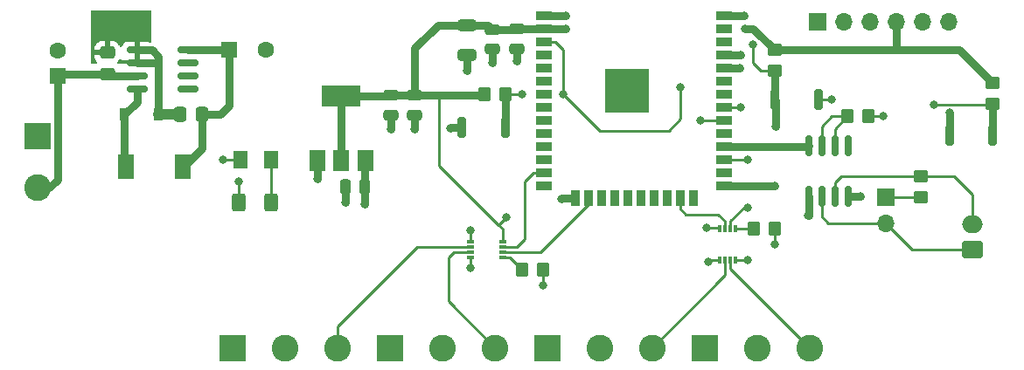
<source format=gbr>
%TF.GenerationSoftware,KiCad,Pcbnew,(6.0.8)*%
%TF.CreationDate,2022-10-05T23:26:50+02:00*%
%TF.ProjectId,DMX_ControllerBoard,444d585f-436f-46e7-9472-6f6c6c657242,rev?*%
%TF.SameCoordinates,Original*%
%TF.FileFunction,Copper,L1,Top*%
%TF.FilePolarity,Positive*%
%FSLAX46Y46*%
G04 Gerber Fmt 4.6, Leading zero omitted, Abs format (unit mm)*
G04 Created by KiCad (PCBNEW (6.0.8)) date 2022-10-05 23:26:50*
%MOMM*%
%LPD*%
G01*
G04 APERTURE LIST*
G04 Aperture macros list*
%AMRoundRect*
0 Rectangle with rounded corners*
0 $1 Rounding radius*
0 $2 $3 $4 $5 $6 $7 $8 $9 X,Y pos of 4 corners*
0 Add a 4 corners polygon primitive as box body*
4,1,4,$2,$3,$4,$5,$6,$7,$8,$9,$2,$3,0*
0 Add four circle primitives for the rounded corners*
1,1,$1+$1,$2,$3*
1,1,$1+$1,$4,$5*
1,1,$1+$1,$6,$7*
1,1,$1+$1,$8,$9*
0 Add four rect primitives between the rounded corners*
20,1,$1+$1,$2,$3,$4,$5,0*
20,1,$1+$1,$4,$5,$6,$7,0*
20,1,$1+$1,$6,$7,$8,$9,0*
20,1,$1+$1,$8,$9,$2,$3,0*%
G04 Aperture macros list end*
%TA.AperFunction,ComponentPad*%
%ADD10R,1.600000X1.600000*%
%TD*%
%TA.AperFunction,ComponentPad*%
%ADD11C,1.600000*%
%TD*%
%TA.AperFunction,SMDPad,CuDef*%
%ADD12RoundRect,0.250000X-0.337500X-0.475000X0.337500X-0.475000X0.337500X0.475000X-0.337500X0.475000X0*%
%TD*%
%TA.AperFunction,SMDPad,CuDef*%
%ADD13R,0.900000X1.200000*%
%TD*%
%TA.AperFunction,ComponentPad*%
%ADD14R,2.600000X2.600000*%
%TD*%
%TA.AperFunction,ComponentPad*%
%ADD15C,2.600000*%
%TD*%
%TA.AperFunction,ComponentPad*%
%ADD16RoundRect,0.250000X0.750000X-0.600000X0.750000X0.600000X-0.750000X0.600000X-0.750000X-0.600000X0*%
%TD*%
%TA.AperFunction,ComponentPad*%
%ADD17O,2.000000X1.700000*%
%TD*%
%TA.AperFunction,SMDPad,CuDef*%
%ADD18R,1.500000X2.400000*%
%TD*%
%TA.AperFunction,SMDPad,CuDef*%
%ADD19RoundRect,0.249999X-0.350001X-0.450001X0.350001X-0.450001X0.350001X0.450001X-0.350001X0.450001X0*%
%TD*%
%TA.AperFunction,SMDPad,CuDef*%
%ADD20RoundRect,0.200000X0.200000X0.800000X-0.200000X0.800000X-0.200000X-0.800000X0.200000X-0.800000X0*%
%TD*%
%TA.AperFunction,SMDPad,CuDef*%
%ADD21RoundRect,0.150000X-0.150000X0.825000X-0.150000X-0.825000X0.150000X-0.825000X0.150000X0.825000X0*%
%TD*%
%TA.AperFunction,SMDPad,CuDef*%
%ADD22RoundRect,0.150000X0.825000X0.150000X-0.825000X0.150000X-0.825000X-0.150000X0.825000X-0.150000X0*%
%TD*%
%TA.AperFunction,SMDPad,CuDef*%
%ADD23RoundRect,0.250000X-0.650000X0.325000X-0.650000X-0.325000X0.650000X-0.325000X0.650000X0.325000X0*%
%TD*%
%TA.AperFunction,SMDPad,CuDef*%
%ADD24RoundRect,0.250000X-0.475000X0.250000X-0.475000X-0.250000X0.475000X-0.250000X0.475000X0.250000X0*%
%TD*%
%TA.AperFunction,SMDPad,CuDef*%
%ADD25R,1.500000X0.900000*%
%TD*%
%TA.AperFunction,SMDPad,CuDef*%
%ADD26R,0.900000X1.500000*%
%TD*%
%TA.AperFunction,SMDPad,CuDef*%
%ADD27R,1.050000X1.050000*%
%TD*%
%TA.AperFunction,ComponentPad*%
%ADD28C,0.475000*%
%TD*%
%TA.AperFunction,SMDPad,CuDef*%
%ADD29R,4.200000X4.200000*%
%TD*%
%TA.AperFunction,SMDPad,CuDef*%
%ADD30RoundRect,0.250000X-0.475000X0.337500X-0.475000X-0.337500X0.475000X-0.337500X0.475000X0.337500X0*%
%TD*%
%TA.AperFunction,SMDPad,CuDef*%
%ADD31RoundRect,0.250000X-0.462500X-0.625000X0.462500X-0.625000X0.462500X0.625000X-0.462500X0.625000X0*%
%TD*%
%TA.AperFunction,SMDPad,CuDef*%
%ADD32RoundRect,0.250000X0.400000X0.625000X-0.400000X0.625000X-0.400000X-0.625000X0.400000X-0.625000X0*%
%TD*%
%TA.AperFunction,SMDPad,CuDef*%
%ADD33RoundRect,0.249999X-0.450001X0.350001X-0.450001X-0.350001X0.450001X-0.350001X0.450001X0.350001X0*%
%TD*%
%TA.AperFunction,SMDPad,CuDef*%
%ADD34RoundRect,0.200000X-0.200000X-0.800000X0.200000X-0.800000X0.200000X0.800000X-0.200000X0.800000X0*%
%TD*%
%TA.AperFunction,ComponentPad*%
%ADD35R,1.700000X1.700000*%
%TD*%
%TA.AperFunction,ComponentPad*%
%ADD36O,1.700000X1.700000*%
%TD*%
%TA.AperFunction,SMDPad,CuDef*%
%ADD37RoundRect,0.249999X0.450001X-0.350001X0.450001X0.350001X-0.450001X0.350001X-0.450001X-0.350001X0*%
%TD*%
%TA.AperFunction,SMDPad,CuDef*%
%ADD38RoundRect,0.250000X0.250000X0.475000X-0.250000X0.475000X-0.250000X-0.475000X0.250000X-0.475000X0*%
%TD*%
%TA.AperFunction,SMDPad,CuDef*%
%ADD39RoundRect,0.250000X-0.350000X-0.450000X0.350000X-0.450000X0.350000X0.450000X-0.350000X0.450000X0*%
%TD*%
%TA.AperFunction,SMDPad,CuDef*%
%ADD40R,0.800000X0.300000*%
%TD*%
%TA.AperFunction,SMDPad,CuDef*%
%ADD41R,1.500000X2.000000*%
%TD*%
%TA.AperFunction,SMDPad,CuDef*%
%ADD42R,3.800000X2.000000*%
%TD*%
%TA.AperFunction,SMDPad,CuDef*%
%ADD43R,0.300000X0.800000*%
%TD*%
%TA.AperFunction,ViaPad*%
%ADD44C,1.000000*%
%TD*%
%TA.AperFunction,ViaPad*%
%ADD45C,0.800000*%
%TD*%
%TA.AperFunction,Conductor*%
%ADD46C,0.750000*%
%TD*%
%TA.AperFunction,Conductor*%
%ADD47C,1.000000*%
%TD*%
%TA.AperFunction,Conductor*%
%ADD48C,0.250000*%
%TD*%
G04 APERTURE END LIST*
D10*
%TO.P,C8,1*%
%TO.N,VCC*%
X26162000Y-32702500D03*
D11*
%TO.P,C8,2*%
%TO.N,GND*%
X26162000Y-30202500D03*
%TD*%
D10*
%TO.P,C12,1*%
%TO.N,+5V*%
X42799000Y-30099000D03*
D11*
%TO.P,C12,2*%
%TO.N,GND*%
X46299000Y-30099000D03*
%TD*%
D12*
%TO.P,C13,1*%
%TO.N,GND*%
X38078500Y-36385500D03*
%TO.P,C13,2*%
%TO.N,+5V*%
X40153500Y-36385500D03*
%TD*%
D13*
%TO.P,D6,1,K*%
%TO.N,Net-(D6-Pad1)*%
X32640000Y-36385500D03*
%TO.P,D6,2,A*%
%TO.N,GND*%
X35940000Y-36385500D03*
%TD*%
D14*
%TO.P,J3,1,Pin_1*%
%TO.N,GND*%
X24257000Y-38544500D03*
D15*
%TO.P,J3,2,Pin_2*%
%TO.N,VCC*%
X24257000Y-43544500D03*
%TD*%
D16*
%TO.P,J5,1,Pin_1*%
%TO.N,Net-(J5-Pad1)*%
X114731800Y-49542700D03*
D17*
%TO.P,J5,2,Pin_2*%
%TO.N,Net-(J5-Pad2)*%
X114731800Y-47042700D03*
%TD*%
D18*
%TO.P,L3,1*%
%TO.N,Net-(D6-Pad1)*%
X32810000Y-41465500D03*
%TO.P,L3,2*%
%TO.N,+5V*%
X38310000Y-41465500D03*
%TD*%
D19*
%TO.P,R3,1*%
%TO.N,+3.3V*%
X67516500Y-34417000D03*
%TO.P,R3,2*%
%TO.N,RESET*%
X69516500Y-34417000D03*
%TD*%
D20*
%TO.P,SW1,1,A*%
%TO.N,RESET*%
X69532500Y-37655500D03*
%TO.P,SW1,2,B*%
%TO.N,GND*%
X65332500Y-37655500D03*
%TD*%
D21*
%TO.P,U2,1,RO*%
%TO.N,unconnected-(U2-Pad1)*%
X102692200Y-39435000D03*
%TO.P,U2,2,~{RE}*%
%TO.N,Net-(R1-Pad1)*%
X101422200Y-39435000D03*
%TO.P,U2,3,DE*%
X100152200Y-39435000D03*
%TO.P,U2,4,DI*%
%TO.N,RS485_DIN*%
X98882200Y-39435000D03*
%TO.P,U2,5,GND*%
%TO.N,GND*%
X98882200Y-44385000D03*
%TO.P,U2,6,A*%
%TO.N,Net-(J5-Pad1)*%
X100152200Y-44385000D03*
%TO.P,U2,7,B*%
%TO.N,Net-(J5-Pad2)*%
X101422200Y-44385000D03*
%TO.P,U2,8,VCC*%
%TO.N,+5V*%
X102692200Y-44385000D03*
%TD*%
D22*
%TO.P,U4,1,NC*%
%TO.N,unconnected-(U4-Pad1)*%
X38797000Y-33972500D03*
%TO.P,U4,2,NC*%
%TO.N,unconnected-(U4-Pad2)*%
X38797000Y-32702500D03*
%TO.P,U4,3,NC*%
%TO.N,unconnected-(U4-Pad3)*%
X38797000Y-31432500D03*
%TO.P,U4,4,FB*%
%TO.N,+5V*%
X38797000Y-30162500D03*
%TO.P,U4,5,~{ON}/OFF*%
%TO.N,GND*%
X33847000Y-30162500D03*
%TO.P,U4,6,GND*%
X33847000Y-31432500D03*
%TO.P,U4,7,VIN*%
%TO.N,VCC*%
X33847000Y-32702500D03*
%TO.P,U4,8,OUT*%
%TO.N,Net-(D6-Pad1)*%
X33847000Y-33972500D03*
%TD*%
D23*
%TO.P,C1,1*%
%TO.N,+3.3V*%
X65849500Y-27735000D03*
%TO.P,C1,2*%
%TO.N,GND*%
X65849500Y-30685000D03*
%TD*%
D24*
%TO.P,C3,1*%
%TO.N,+3.3V*%
X58478500Y-34569000D03*
%TO.P,C3,2*%
%TO.N,GND*%
X58478500Y-36469000D03*
%TD*%
%TO.P,C4,1*%
%TO.N,+3.3V*%
X60764500Y-34569000D03*
%TO.P,C4,2*%
%TO.N,GND*%
X60764500Y-36469000D03*
%TD*%
D25*
%TO.P,U3,1,GND*%
%TO.N,GND*%
X73228500Y-26802000D03*
%TO.P,U3,2,VDD*%
%TO.N,+3.3V*%
X73228500Y-28072000D03*
%TO.P,U3,3,EN*%
%TO.N,RESET*%
X73228500Y-29342000D03*
%TO.P,U3,4,SENSOR_VP*%
%TO.N,unconnected-(U3-Pad4)*%
X73228500Y-30612000D03*
%TO.P,U3,5,SENSOR_VN*%
%TO.N,unconnected-(U3-Pad5)*%
X73228500Y-31882000D03*
%TO.P,U3,6,IO34*%
%TO.N,unconnected-(U3-Pad6)*%
X73228500Y-33152000D03*
%TO.P,U3,7,IO35*%
%TO.N,unconnected-(U3-Pad7)*%
X73228500Y-34422000D03*
%TO.P,U3,8,IO32*%
%TO.N,unconnected-(U3-Pad8)*%
X73228500Y-35692000D03*
%TO.P,U3,9,IO33*%
%TO.N,unconnected-(U3-Pad9)*%
X73228500Y-36962000D03*
%TO.P,U3,10,IO25*%
%TO.N,unconnected-(U3-Pad10)*%
X73228500Y-38232000D03*
%TO.P,U3,11,IO26*%
%TO.N,unconnected-(U3-Pad11)*%
X73228500Y-39502000D03*
%TO.P,U3,12,IO27*%
%TO.N,unconnected-(U3-Pad12)*%
X73228500Y-40772000D03*
%TO.P,U3,13,IO14*%
%TO.N,B1*%
X73228500Y-42042000D03*
%TO.P,U3,14,IO12*%
%TO.N,unconnected-(U3-Pad14)*%
X73228500Y-43312000D03*
D26*
%TO.P,U3,15,GND*%
%TO.N,GND*%
X76268500Y-44562000D03*
%TO.P,U3,16,IO13*%
%TO.N,B2*%
X77538500Y-44562000D03*
%TO.P,U3,17,SHD/SD2*%
%TO.N,unconnected-(U3-Pad17)*%
X78808500Y-44562000D03*
%TO.P,U3,18,SWP/SD3*%
%TO.N,unconnected-(U3-Pad18)*%
X80078500Y-44562000D03*
%TO.P,U3,19,SCS/CMD*%
%TO.N,unconnected-(U3-Pad19)*%
X81348500Y-44562000D03*
%TO.P,U3,20,SCK/CLK*%
%TO.N,unconnected-(U3-Pad20)*%
X82618500Y-44562000D03*
%TO.P,U3,21,SDO/SD0*%
%TO.N,unconnected-(U3-Pad21)*%
X83888500Y-44562000D03*
%TO.P,U3,22,SDI/SD1*%
%TO.N,unconnected-(U3-Pad22)*%
X85158500Y-44562000D03*
%TO.P,U3,23,IO15*%
%TO.N,B3*%
X86428500Y-44562000D03*
%TO.P,U3,24,IO2*%
%TO.N,unconnected-(U3-Pad24)*%
X87698500Y-44562000D03*
D25*
%TO.P,U3,25,IO0*%
%TO.N,BOOT_MODE*%
X90728500Y-43312000D03*
%TO.P,U3,26,IO4*%
%TO.N,unconnected-(U3-Pad26)*%
X90728500Y-42042000D03*
%TO.P,U3,27,IO16*%
%TO.N,B4*%
X90728500Y-40772000D03*
%TO.P,U3,28,IO17*%
%TO.N,RS485_DIN*%
X90728500Y-39502000D03*
%TO.P,U3,29,IO5*%
%TO.N,unconnected-(U3-Pad29)*%
X90728500Y-38232000D03*
%TO.P,U3,30,IO18*%
%TO.N,ERROR_LED*%
X90728500Y-36962000D03*
%TO.P,U3,31,IO19*%
%TO.N,FACTORY_RESET*%
X90728500Y-35692000D03*
%TO.P,U3,32,NC*%
%TO.N,unconnected-(U3-Pad32)*%
X90728500Y-34422000D03*
%TO.P,U3,33,IO21*%
%TO.N,unconnected-(U3-Pad33)*%
X90728500Y-33152000D03*
%TO.P,U3,34,RXD0/IO3*%
%TO.N,RXD*%
X90728500Y-31882000D03*
%TO.P,U3,35,TXD0/IO1*%
%TO.N,TXD*%
X90728500Y-30612000D03*
%TO.P,U3,36,IO22*%
%TO.N,unconnected-(U3-Pad36)*%
X90728500Y-29342000D03*
%TO.P,U3,37,IO23*%
%TO.N,unconnected-(U3-Pad37)*%
X90728500Y-28072000D03*
%TO.P,U3,38,GND*%
%TO.N,GND*%
X90728500Y-26802000D03*
D27*
%TO.P,U3,39,GND*%
X79773500Y-35667000D03*
D28*
X81298500Y-34904500D03*
X81298500Y-33379500D03*
X79773500Y-33379500D03*
D27*
X82823500Y-35667000D03*
X82823500Y-34142000D03*
D28*
X82061000Y-32617000D03*
X82823500Y-33379500D03*
X80536000Y-35667000D03*
D27*
X81298500Y-35667000D03*
D28*
X79773500Y-34904500D03*
X82061000Y-34142000D03*
X80536000Y-32617000D03*
D27*
X79773500Y-32617000D03*
X81298500Y-34142000D03*
D28*
X82823500Y-34904500D03*
X80536000Y-34142000D03*
D27*
X81298500Y-32617000D03*
X82823500Y-32617000D03*
D29*
X81298500Y-34142000D03*
D27*
X79773500Y-34142000D03*
D28*
X82061000Y-35667000D03*
%TD*%
D19*
%TO.P,R1,1*%
%TO.N,Net-(R1-Pad1)*%
X102673400Y-36588700D03*
%TO.P,R1,2*%
%TO.N,+5V*%
X104673400Y-36588700D03*
%TD*%
D30*
%TO.P,C11,1*%
%TO.N,GND*%
X30988000Y-30395000D03*
%TO.P,C11,2*%
%TO.N,VCC*%
X30988000Y-32470000D03*
%TD*%
D31*
%TO.P,D1,1,K*%
%TO.N,GND*%
X43851500Y-40830500D03*
%TO.P,D1,2,A*%
%TO.N,Net-(D1-Pad2)*%
X46826500Y-40830500D03*
%TD*%
D32*
%TO.P,R8,1*%
%TO.N,Net-(D1-Pad2)*%
X46825500Y-44958000D03*
%TO.P,R8,2*%
%TO.N,ERROR_LED*%
X43725500Y-44958000D03*
%TD*%
D14*
%TO.P,J1,1,Pin_1*%
%TO.N,+5V*%
X43116500Y-59055000D03*
D15*
%TO.P,J1,2,Pin_2*%
%TO.N,GND*%
X48196500Y-59055000D03*
%TO.P,J1,3,Pin_3*%
%TO.N,Button1_sense*%
X53276500Y-59055000D03*
%TD*%
D14*
%TO.P,J2,1,Pin_1*%
%TO.N,+5V*%
X58356500Y-59055000D03*
D15*
%TO.P,J2,2,Pin_2*%
%TO.N,GND*%
X63436500Y-59055000D03*
%TO.P,J2,3,Pin_3*%
%TO.N,Button2_sense*%
X68516500Y-59055000D03*
%TD*%
D14*
%TO.P,J4,1,Pin_1*%
%TO.N,+5V*%
X73596500Y-59055000D03*
D15*
%TO.P,J4,2,Pin_2*%
%TO.N,GND*%
X78676500Y-59055000D03*
%TO.P,J4,3,Pin_3*%
%TO.N,Button3_sense*%
X83756500Y-59055000D03*
%TD*%
D14*
%TO.P,J6,1,Pin_1*%
%TO.N,+5V*%
X88836500Y-59055000D03*
D15*
%TO.P,J6,2,Pin_2*%
%TO.N,GND*%
X93916500Y-59055000D03*
%TO.P,J6,3,Pin_3*%
%TO.N,Button4_sense*%
X98996500Y-59055000D03*
%TD*%
D33*
%TO.P,R5,1*%
%TO.N,+3.3V*%
X95631000Y-30178500D03*
%TO.P,R5,2*%
%TO.N,BOOT_MODE*%
X95631000Y-32178500D03*
%TD*%
D34*
%TO.P,SW2,1,A*%
%TO.N,BOOT_MODE*%
X95626500Y-34988500D03*
%TO.P,SW2,2,B*%
%TO.N,GND*%
X99826500Y-34988500D03*
%TD*%
D35*
%TO.P,J7,1,Pin_1*%
%TO.N,BOOT_MODE*%
X99758500Y-27432000D03*
D36*
%TO.P,J7,2,Pin_2*%
%TO.N,TXD*%
X102298500Y-27432000D03*
%TO.P,J7,3,Pin_3*%
%TO.N,RXD*%
X104838500Y-27432000D03*
%TO.P,J7,4,Pin_4*%
%TO.N,+3.3V*%
X107378500Y-27432000D03*
%TO.P,J7,5,Pin_5*%
%TO.N,RESET*%
X109918500Y-27432000D03*
%TO.P,J7,6,Pin_6*%
%TO.N,GND*%
X112458500Y-27432000D03*
%TD*%
D33*
%TO.P,R9,1*%
%TO.N,+3.3V*%
X116700300Y-33391600D03*
%TO.P,R9,2*%
%TO.N,FACTORY_RESET*%
X116700300Y-35391600D03*
%TD*%
D20*
%TO.P,SW3,1,A*%
%TO.N,FACTORY_RESET*%
X116728700Y-38467600D03*
%TO.P,SW3,2,B*%
%TO.N,GND*%
X112528700Y-38467600D03*
%TD*%
D35*
%TO.P,JP1,1,1*%
%TO.N,Net-(JP1-Pad1)*%
X106387900Y-44450000D03*
D36*
%TO.P,JP1,2,2*%
%TO.N,Net-(J5-Pad1)*%
X106387900Y-46990000D03*
%TD*%
D37*
%TO.P,R4,1*%
%TO.N,Net-(JP1-Pad1)*%
X109791500Y-44434000D03*
%TO.P,R4,2*%
%TO.N,Net-(J5-Pad2)*%
X109791500Y-42434000D03*
%TD*%
D38*
%TO.P,C2,1*%
%TO.N,+5V*%
X55938500Y-43459000D03*
%TO.P,C2,2*%
%TO.N,GND*%
X54038500Y-43459000D03*
%TD*%
D39*
%TO.P,R2,1*%
%TO.N,Net-(R2-Pad1)*%
X71136000Y-51435000D03*
%TO.P,R2,2*%
%TO.N,+5V*%
X73136000Y-51435000D03*
%TD*%
D24*
%TO.P,C6,1*%
%TO.N,+3.3V*%
X70675500Y-28133000D03*
%TO.P,C6,2*%
%TO.N,GND*%
X70675500Y-30033000D03*
%TD*%
D39*
%TO.P,R6,1*%
%TO.N,Net-(R6-Pad1)*%
X93615000Y-47498000D03*
%TO.P,R6,2*%
%TO.N,+5V*%
X95615000Y-47498000D03*
%TD*%
D40*
%TO.P,U5,1,VCCA*%
%TO.N,+5V*%
X66141000Y-48780000D03*
%TO.P,U5,2,1A*%
%TO.N,Button1_sense*%
X66141000Y-49280000D03*
%TO.P,U5,3,2A*%
%TO.N,Button2_sense*%
X66141000Y-49780000D03*
%TO.P,U5,4,GND*%
%TO.N,GND*%
X66141000Y-50280000D03*
%TO.P,U5,5,DIR*%
%TO.N,Net-(R2-Pad1)*%
X69241000Y-50280000D03*
%TO.P,U5,6,2B*%
%TO.N,B2*%
X69241000Y-49780000D03*
%TO.P,U5,7,1B*%
%TO.N,B1*%
X69241000Y-49280000D03*
%TO.P,U5,8,VCCB*%
%TO.N,+3.3V*%
X69241000Y-48780000D03*
%TD*%
D41*
%TO.P,U1,1,GND*%
%TO.N,GND*%
X51357500Y-40894000D03*
D42*
%TO.P,U1,2,VO*%
%TO.N,+3.3V*%
X53657500Y-34594000D03*
D41*
X53657500Y-40894000D03*
%TO.P,U1,3,VI*%
%TO.N,+5V*%
X55957500Y-40894000D03*
%TD*%
D24*
%TO.P,C5,1*%
%TO.N,+3.3V*%
X68262500Y-28194000D03*
%TO.P,C5,2*%
%TO.N,GND*%
X68262500Y-30094000D03*
%TD*%
D43*
%TO.P,U6,1,VCCA*%
%TO.N,+5V*%
X90309000Y-50572000D03*
%TO.P,U6,2,1A*%
%TO.N,Button3_sense*%
X90809000Y-50572000D03*
%TO.P,U6,3,2A*%
%TO.N,Button4_sense*%
X91309000Y-50572000D03*
%TO.P,U6,4,GND*%
%TO.N,GND*%
X91809000Y-50572000D03*
%TO.P,U6,5,DIR*%
%TO.N,Net-(R6-Pad1)*%
X91809000Y-47472000D03*
%TO.P,U6,6,2B*%
%TO.N,B4*%
X91309000Y-47472000D03*
%TO.P,U6,7,1B*%
%TO.N,B3*%
X90809000Y-47472000D03*
%TO.P,U6,8,VCCB*%
%TO.N,+3.3V*%
X90309000Y-47472000D03*
%TD*%
D44*
%TO.N,GND*%
X34353500Y-27305000D03*
D45*
X58483500Y-37846000D03*
X92646500Y-26797000D03*
D44*
X31750000Y-28702000D03*
D45*
X92964000Y-50546000D03*
X60769500Y-37846000D03*
D44*
X34417000Y-28638500D03*
X30416500Y-27305000D03*
X33041166Y-27305000D03*
X33083500Y-28638500D03*
D45*
X98869500Y-46228000D03*
X65849500Y-32131000D03*
X64198500Y-37719000D03*
X101092000Y-34988500D03*
X74993500Y-44577000D03*
X42164000Y-40830500D03*
X70675500Y-31242000D03*
X112522000Y-36195000D03*
D44*
X30416500Y-28702000D03*
D45*
X66167000Y-51308000D03*
X68262500Y-31369000D03*
X51371500Y-42672000D03*
X54038500Y-44958000D03*
X75374500Y-26797000D03*
D44*
X31728833Y-27305000D03*
D45*
%TO.N,RESET*%
X75120500Y-34417000D03*
X86487000Y-33782000D03*
X71183500Y-34417000D03*
%TO.N,+3.3V*%
X89027000Y-47371000D03*
X69596000Y-46355000D03*
X92773500Y-28067000D03*
X75374500Y-28067000D03*
%TO.N,+5V*%
X103949500Y-44323000D03*
X73152000Y-52959000D03*
X106133900Y-36576000D03*
X89154000Y-50673000D03*
X95631000Y-49022000D03*
X66167000Y-47625000D03*
X55943500Y-45085000D03*
%TO.N,BOOT_MODE*%
X93472000Y-29591000D03*
X95694500Y-37592000D03*
X95631000Y-43307000D03*
%TO.N,RXD*%
X92202000Y-31877000D03*
%TO.N,TXD*%
X92329000Y-30607000D03*
%TO.N,ERROR_LED*%
X43751500Y-42926000D03*
X88455500Y-36957000D03*
%TO.N,B4*%
X92964000Y-40767000D03*
X92964000Y-45466000D03*
%TO.N,FACTORY_RESET*%
X92329000Y-35687000D03*
X110998000Y-35433000D03*
%TD*%
D46*
%TO.N,GND*%
X51357500Y-42658000D02*
X51371500Y-42672000D01*
X58478500Y-36469000D02*
X58478500Y-37841000D01*
X65849500Y-30685000D02*
X65849500Y-32131000D01*
X90728500Y-26802000D02*
X92641500Y-26802000D01*
X51357500Y-40894000D02*
X51357500Y-42658000D01*
D47*
X38078500Y-36385500D02*
X35940000Y-36385500D01*
D46*
X68262500Y-30094000D02*
X68262500Y-31369000D01*
X75369500Y-26802000D02*
X75374500Y-26797000D01*
X76268500Y-44562000D02*
X75008500Y-44562000D01*
X60764500Y-37841000D02*
X60769500Y-37846000D01*
X70675500Y-30033000D02*
X70675500Y-31242000D01*
X112528700Y-36201700D02*
X112522000Y-36195000D01*
X92641500Y-26802000D02*
X92646500Y-26797000D01*
X35814000Y-31432500D02*
X35940000Y-31558500D01*
X75008500Y-44562000D02*
X74993500Y-44577000D01*
D48*
X99826500Y-34988500D02*
X101092000Y-34988500D01*
D46*
X112528700Y-38467600D02*
X112528700Y-36201700D01*
X98882200Y-46215300D02*
X98869500Y-46228000D01*
X35940000Y-31558500D02*
X35940000Y-30796500D01*
X35306000Y-30162500D02*
X33847000Y-30162500D01*
D48*
X66141000Y-50280000D02*
X66141000Y-51282000D01*
X43851500Y-40830500D02*
X42164000Y-40830500D01*
D46*
X35940000Y-36385500D02*
X35940000Y-31558500D01*
X65332500Y-37655500D02*
X64262000Y-37655500D01*
X98882200Y-44385000D02*
X98882200Y-46215300D01*
X64262000Y-37655500D02*
X64198500Y-37719000D01*
X33847000Y-31432500D02*
X35814000Y-31432500D01*
X54038500Y-43459000D02*
X54038500Y-44958000D01*
D48*
X66141000Y-51282000D02*
X66167000Y-51308000D01*
X92938000Y-50572000D02*
X92964000Y-50546000D01*
D46*
X73228500Y-26802000D02*
X75369500Y-26802000D01*
D48*
X91809000Y-50572000D02*
X92938000Y-50572000D01*
D46*
X60764500Y-36469000D02*
X60764500Y-37841000D01*
X35940000Y-30796500D02*
X35306000Y-30162500D01*
X58478500Y-37841000D02*
X58483500Y-37846000D01*
%TO.N,VCC*%
X25353000Y-43544500D02*
X26162000Y-42735500D01*
X30988000Y-32470000D02*
X26394500Y-32470000D01*
X26162000Y-42735500D02*
X26162000Y-32702500D01*
X33847000Y-32702500D02*
X31220500Y-32702500D01*
X24257000Y-43544500D02*
X25353000Y-43544500D01*
X31220500Y-32702500D02*
X30988000Y-32470000D01*
X26394500Y-32470000D02*
X26162000Y-32702500D01*
%TO.N,Net-(D6-Pad1)*%
X33847000Y-35178500D02*
X32640000Y-36385500D01*
X32640000Y-41295500D02*
X32810000Y-41465500D01*
X32640000Y-36385500D02*
X32640000Y-41295500D01*
X33847000Y-33972500D02*
X33847000Y-35178500D01*
D48*
%TO.N,RESET*%
X86487000Y-33782000D02*
X86487000Y-36830000D01*
X78676500Y-37973000D02*
X75120500Y-34417000D01*
D46*
X69532500Y-37655500D02*
X69532500Y-34433000D01*
X69532500Y-34433000D02*
X69516500Y-34417000D01*
D48*
X71183500Y-34417000D02*
X69516500Y-34417000D01*
X85344000Y-37973000D02*
X78676500Y-37973000D01*
X74363500Y-29342000D02*
X75120500Y-30099000D01*
X75120500Y-30099000D02*
X75120500Y-34417000D01*
X86487000Y-36830000D02*
X85344000Y-37973000D01*
X73228500Y-29342000D02*
X74363500Y-29342000D01*
D46*
%TO.N,+3.3V*%
X107378500Y-27432000D02*
X107378500Y-30131000D01*
X70614500Y-28194000D02*
X70675500Y-28133000D01*
D48*
X68834000Y-47117000D02*
X69596000Y-46355000D01*
D46*
X68262500Y-28194000D02*
X70614500Y-28194000D01*
X53657500Y-34594000D02*
X58453500Y-34594000D01*
D48*
X68834000Y-47117000D02*
X63094000Y-41377000D01*
D46*
X65849500Y-27735000D02*
X67803500Y-27735000D01*
X53657500Y-40894000D02*
X53657500Y-34594000D01*
X73228500Y-28072000D02*
X75369500Y-28072000D01*
X70675500Y-28133000D02*
X73167500Y-28133000D01*
X93519500Y-28067000D02*
X95631000Y-30178500D01*
X58478500Y-34569000D02*
X60764500Y-34569000D01*
X65849500Y-27735000D02*
X63006500Y-27735000D01*
D48*
X63094000Y-41377000D02*
X63094000Y-34569000D01*
X89027000Y-47371000D02*
X90208000Y-47371000D01*
D46*
X67803500Y-27735000D02*
X68262500Y-28194000D01*
D48*
X90208000Y-47371000D02*
X90309000Y-47472000D01*
D46*
X107378500Y-30131000D02*
X107426000Y-30178500D01*
X67364500Y-34569000D02*
X67516500Y-34417000D01*
X75369500Y-28072000D02*
X75374500Y-28067000D01*
X92773500Y-28067000D02*
X93519500Y-28067000D01*
D48*
X69241000Y-47524000D02*
X68834000Y-47117000D01*
D46*
X60764500Y-34569000D02*
X63094000Y-34569000D01*
X107426000Y-30178500D02*
X113487200Y-30178500D01*
X63094000Y-34569000D02*
X67364500Y-34569000D01*
X63006500Y-27735000D02*
X60764500Y-29977000D01*
X73167500Y-28133000D02*
X73228500Y-28072000D01*
X60764500Y-29977000D02*
X60764500Y-34569000D01*
X95631000Y-30178500D02*
X107426000Y-30178500D01*
X113487200Y-30178500D02*
X116700300Y-33391600D01*
D48*
X69241000Y-48780000D02*
X69241000Y-47524000D01*
D46*
X58453500Y-34594000D02*
X58478500Y-34569000D01*
%TO.N,+5V*%
X38310000Y-41465500D02*
X38417500Y-41465500D01*
D48*
X89255000Y-50572000D02*
X89154000Y-50673000D01*
X66141000Y-47651000D02*
X66167000Y-47625000D01*
D46*
X42799000Y-35560000D02*
X41973500Y-36385500D01*
D48*
X73136000Y-52943000D02*
X73152000Y-52959000D01*
X95615000Y-47498000D02*
X95615000Y-49006000D01*
D46*
X42799000Y-30099000D02*
X38860500Y-30099000D01*
X55938500Y-40913000D02*
X55957500Y-40894000D01*
X38860500Y-30099000D02*
X38797000Y-30162500D01*
X38417500Y-41465500D02*
X40153500Y-39729500D01*
D48*
X90309000Y-50572000D02*
X89255000Y-50572000D01*
D46*
X40153500Y-39729500D02*
X40153500Y-36385500D01*
D48*
X106121200Y-36588700D02*
X106133900Y-36576000D01*
D46*
X55938500Y-43459000D02*
X55938500Y-40913000D01*
X41973500Y-36385500D02*
X40153500Y-36385500D01*
X42799000Y-30099000D02*
X42799000Y-35560000D01*
D48*
X104673400Y-36588700D02*
X106121200Y-36588700D01*
X73136000Y-51435000D02*
X73136000Y-52943000D01*
D46*
X103887500Y-44385000D02*
X103949500Y-44323000D01*
X55938500Y-43459000D02*
X55938500Y-45080000D01*
D48*
X66141000Y-48780000D02*
X66141000Y-47651000D01*
D46*
X102692200Y-44385000D02*
X103887500Y-44385000D01*
D48*
X95615000Y-49006000D02*
X95631000Y-49022000D01*
D46*
X55938500Y-45080000D02*
X55943500Y-45085000D01*
D48*
%TO.N,Net-(J5-Pad1)*%
X100799900Y-46990000D02*
X100152200Y-46342300D01*
X108940600Y-49542700D02*
X106387900Y-46990000D01*
X114731800Y-49542700D02*
X108940600Y-49542700D01*
X100152200Y-46342300D02*
X100152200Y-44385000D01*
X106387900Y-46990000D02*
X100799900Y-46990000D01*
%TO.N,Net-(J5-Pad2)*%
X113007900Y-42434000D02*
X109791500Y-42434000D01*
X101422200Y-43014900D02*
X102003100Y-42434000D01*
X114731800Y-44157900D02*
X113007900Y-42434000D01*
X114731800Y-47042700D02*
X114731800Y-44157900D01*
X101422200Y-44385000D02*
X101422200Y-43014900D01*
X102003100Y-42434000D02*
X109791500Y-42434000D01*
%TO.N,Net-(R1-Pad1)*%
X101422200Y-37839900D02*
X102673400Y-36588700D01*
X101422200Y-39435000D02*
X101422200Y-37839900D01*
X100152200Y-39435000D02*
X100152200Y-37579300D01*
X101142800Y-36588700D02*
X102673400Y-36588700D01*
X100152200Y-37579300D02*
X101142800Y-36588700D01*
D46*
%TO.N,BOOT_MODE*%
X95631000Y-43307000D02*
X90733500Y-43307000D01*
D48*
X93472000Y-31369000D02*
X93472000Y-29591000D01*
X93726000Y-31623000D02*
X93472000Y-31369000D01*
X95631000Y-32178500D02*
X94281500Y-32178500D01*
D46*
X95694500Y-35056500D02*
X95626500Y-34988500D01*
X95626500Y-32183000D02*
X95631000Y-32178500D01*
D48*
X94281500Y-32178500D02*
X93726000Y-31623000D01*
D46*
X95694500Y-37592000D02*
X95694500Y-35056500D01*
X90733500Y-43307000D02*
X90728500Y-43312000D01*
X95626500Y-34988500D02*
X95626500Y-32183000D01*
%TO.N,RXD*%
X90733500Y-31877000D02*
X90728500Y-31882000D01*
X92202000Y-31877000D02*
X90733500Y-31877000D01*
%TO.N,TXD*%
X90733500Y-30607000D02*
X90728500Y-30612000D01*
X92329000Y-30607000D02*
X90733500Y-30607000D01*
D48*
%TO.N,Net-(D1-Pad2)*%
X46826500Y-40830500D02*
X46826500Y-44957000D01*
X46826500Y-44957000D02*
X46825500Y-44958000D01*
%TO.N,ERROR_LED*%
X90723500Y-36957000D02*
X90728500Y-36962000D01*
X43725500Y-42952000D02*
X43751500Y-42926000D01*
X43725500Y-44958000D02*
X43725500Y-42952000D01*
X88455500Y-36957000D02*
X90723500Y-36957000D01*
%TO.N,B2*%
X72900500Y-49780000D02*
X77538500Y-45142000D01*
X69241000Y-49780000D02*
X72900500Y-49780000D01*
X77538500Y-45142000D02*
X77538500Y-44562000D01*
%TO.N,B3*%
X90138000Y-46101000D02*
X86967500Y-46101000D01*
X86967500Y-46101000D02*
X86428500Y-45562000D01*
X90809000Y-47472000D02*
X90809000Y-46772000D01*
X90809000Y-46772000D02*
X90138000Y-46101000D01*
X86428500Y-45562000D02*
X86428500Y-44562000D01*
%TO.N,B4*%
X92615000Y-45466000D02*
X91309000Y-46772000D01*
X92964000Y-45466000D02*
X92615000Y-45466000D01*
X92959000Y-40772000D02*
X92964000Y-40767000D01*
X90728500Y-40772000D02*
X92959000Y-40772000D01*
X91309000Y-46772000D02*
X91309000Y-47472000D01*
%TO.N,B1*%
X70608000Y-49280000D02*
X69241000Y-49280000D01*
X71374000Y-48514000D02*
X70608000Y-49280000D01*
X71374000Y-42896500D02*
X71374000Y-48514000D01*
X73228500Y-42042000D02*
X72228500Y-42042000D01*
X72228500Y-42042000D02*
X71374000Y-42896500D01*
D46*
%TO.N,FACTORY_RESET*%
X116728700Y-35420000D02*
X116700300Y-35391600D01*
D48*
X92324000Y-35692000D02*
X92329000Y-35687000D01*
X110998000Y-35433000D02*
X116658900Y-35433000D01*
X116658900Y-35433000D02*
X116700300Y-35391600D01*
X90728500Y-35692000D02*
X92324000Y-35692000D01*
D46*
X116728700Y-38467600D02*
X116728700Y-35420000D01*
%TO.N,RS485_DIN*%
X90728500Y-39502000D02*
X98815200Y-39502000D01*
X98815200Y-39502000D02*
X98882200Y-39435000D01*
D48*
%TO.N,Net-(JP1-Pad1)*%
X106403900Y-44434000D02*
X106387900Y-44450000D01*
X109791500Y-44434000D02*
X106403900Y-44434000D01*
%TO.N,Button1_sense*%
X53276500Y-56959500D02*
X60956000Y-49280000D01*
X60956000Y-49280000D02*
X66141000Y-49280000D01*
X53276500Y-59055000D02*
X53276500Y-56959500D01*
%TO.N,Button2_sense*%
X64008000Y-50292000D02*
X64008000Y-54546500D01*
X64008000Y-54546500D02*
X68516500Y-59055000D01*
X66141000Y-49780000D02*
X64520000Y-49780000D01*
X64520000Y-49780000D02*
X64008000Y-50292000D01*
%TO.N,Button3_sense*%
X90809000Y-52002500D02*
X83756500Y-59055000D01*
X90809000Y-50572000D02*
X90809000Y-52002500D01*
%TO.N,Button4_sense*%
X91309000Y-50572000D02*
X91309000Y-51367500D01*
X91309000Y-51367500D02*
X98996500Y-59055000D01*
%TO.N,Net-(R2-Pad1)*%
X69241000Y-50280000D02*
X69981000Y-50280000D01*
X69981000Y-50280000D02*
X71136000Y-51435000D01*
%TO.N,Net-(R6-Pad1)*%
X91809000Y-47472000D02*
X93589000Y-47472000D01*
X93589000Y-47472000D02*
X93615000Y-47498000D01*
%TD*%
%TA.AperFunction,Conductor*%
%TO.N,GND*%
G36*
X35184621Y-26309002D02*
G01*
X35231114Y-26362658D01*
X35242500Y-26415000D01*
X35242500Y-29364534D01*
X35222498Y-29432655D01*
X35168842Y-29479148D01*
X35098568Y-29489252D01*
X35052361Y-29472988D01*
X34942221Y-29407852D01*
X34927790Y-29401607D01*
X34781935Y-29359231D01*
X34769333Y-29356930D01*
X34740916Y-29354693D01*
X34735986Y-29354500D01*
X34119115Y-29354500D01*
X34103876Y-29358975D01*
X34102671Y-29360365D01*
X34101000Y-29368048D01*
X34101000Y-31496000D01*
X32075723Y-31496000D01*
X32007602Y-31475998D01*
X31961109Y-31422342D01*
X31951005Y-31352068D01*
X31980499Y-31287488D01*
X31986550Y-31280982D01*
X32056739Y-31210671D01*
X32065753Y-31199257D01*
X32138760Y-31080817D01*
X32191532Y-31033323D01*
X32261603Y-31021899D01*
X32326727Y-31050173D01*
X32366227Y-31109167D01*
X32372019Y-31146571D01*
X32372101Y-31175206D01*
X32379370Y-31178500D01*
X33574885Y-31178500D01*
X33590124Y-31174025D01*
X33591329Y-31172635D01*
X33593000Y-31164952D01*
X33593000Y-29372616D01*
X33588525Y-29357377D01*
X33587135Y-29356172D01*
X33579452Y-29354501D01*
X32958017Y-29354501D01*
X32953080Y-29354695D01*
X32924664Y-29356930D01*
X32912069Y-29359230D01*
X32766210Y-29401607D01*
X32751779Y-29407852D01*
X32622322Y-29484411D01*
X32609896Y-29494051D01*
X32503551Y-29600396D01*
X32493911Y-29612822D01*
X32417352Y-29742279D01*
X32411105Y-29756714D01*
X32407725Y-29768348D01*
X32369511Y-29828182D01*
X32305014Y-29857858D01*
X32234711Y-29847953D01*
X32180924Y-29801613D01*
X32167205Y-29773067D01*
X32156413Y-29740718D01*
X32150239Y-29727538D01*
X32064937Y-29589693D01*
X32055901Y-29578292D01*
X31941171Y-29463761D01*
X31929760Y-29454749D01*
X31791757Y-29369684D01*
X31778576Y-29363537D01*
X31624290Y-29312362D01*
X31610914Y-29309495D01*
X31516562Y-29299828D01*
X31510145Y-29299500D01*
X31260115Y-29299500D01*
X31244876Y-29303975D01*
X31243671Y-29305365D01*
X31242000Y-29313048D01*
X31242000Y-30523000D01*
X31221998Y-30591121D01*
X31168342Y-30637614D01*
X31116000Y-30649000D01*
X29773116Y-30649000D01*
X29757877Y-30653475D01*
X29756672Y-30654865D01*
X29755001Y-30662548D01*
X29755001Y-30779595D01*
X29755338Y-30786114D01*
X29765257Y-30881706D01*
X29768149Y-30895100D01*
X29819588Y-31049284D01*
X29825761Y-31062462D01*
X29911063Y-31200307D01*
X29920099Y-31211708D01*
X29989338Y-31280827D01*
X30023417Y-31343110D01*
X30018414Y-31413930D01*
X29975916Y-31470803D01*
X29909418Y-31495671D01*
X29900320Y-31496000D01*
X29526500Y-31496000D01*
X29458379Y-31475998D01*
X29411886Y-31422342D01*
X29400500Y-31370000D01*
X29400500Y-30122885D01*
X29755000Y-30122885D01*
X29759475Y-30138124D01*
X29760865Y-30139329D01*
X29768548Y-30141000D01*
X30715885Y-30141000D01*
X30731124Y-30136525D01*
X30732329Y-30135135D01*
X30734000Y-30127452D01*
X30734000Y-29317616D01*
X30729525Y-29302377D01*
X30728135Y-29301172D01*
X30720452Y-29299501D01*
X30465905Y-29299501D01*
X30459386Y-29299838D01*
X30363794Y-29309757D01*
X30350400Y-29312649D01*
X30196216Y-29364088D01*
X30183038Y-29370261D01*
X30045193Y-29455563D01*
X30033792Y-29464599D01*
X29919261Y-29579329D01*
X29910249Y-29590740D01*
X29825184Y-29728743D01*
X29819037Y-29741924D01*
X29767862Y-29896210D01*
X29764995Y-29909586D01*
X29755328Y-30003938D01*
X29755000Y-30010355D01*
X29755000Y-30122885D01*
X29400500Y-30122885D01*
X29400500Y-26415000D01*
X29420502Y-26346879D01*
X29474158Y-26300386D01*
X29526500Y-26289000D01*
X35116500Y-26289000D01*
X35184621Y-26309002D01*
G37*
%TD.AperFunction*%
%TD*%
M02*

</source>
